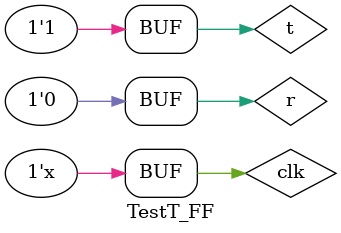
<source format=v>
module TestT_FF;
reg clk,t,r;
wire q;

T_FF t2(clk,t,r,q);

always #2 clk=~clk;

initial begin
clk=0;   r=0;    t=0;
#3       r=1;
#4       t=1;
#20      t=0;
#10      t=1;
#15       r=0;
#3;
end
endmodule
    
</source>
